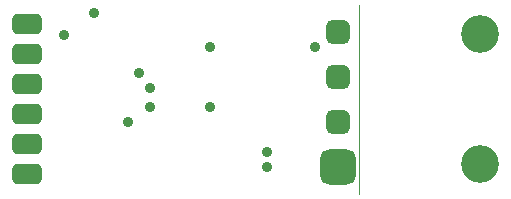
<source format=gbr>
%TF.GenerationSoftware,KiCad,Pcbnew,7.0.5*%
%TF.CreationDate,2023-10-06T16:43:15+02:00*%
%TF.ProjectId,USBTTLPGM_00,55534254-544c-4504-974d-5f30302e6b69,00*%
%TF.SameCoordinates,PX8b8aa80PY5faea10*%
%TF.FileFunction,Soldermask,Bot*%
%TF.FilePolarity,Negative*%
%FSLAX46Y46*%
G04 Gerber Fmt 4.6, Leading zero omitted, Abs format (unit mm)*
G04 Created by KiCad (PCBNEW 7.0.5) date 2023-10-06 16:43:15*
%MOMM*%
%LPD*%
G01*
G04 APERTURE LIST*
G04 Aperture macros list*
%AMRoundRect*
0 Rectangle with rounded corners*
0 $1 Rounding radius*
0 $2 $3 $4 $5 $6 $7 $8 $9 X,Y pos of 4 corners*
0 Add a 4 corners polygon primitive as box body*
4,1,4,$2,$3,$4,$5,$6,$7,$8,$9,$2,$3,0*
0 Add four circle primitives for the rounded corners*
1,1,$1+$1,$2,$3*
1,1,$1+$1,$4,$5*
1,1,$1+$1,$6,$7*
1,1,$1+$1,$8,$9*
0 Add four rect primitives between the rounded corners*
20,1,$1+$1,$2,$3,$4,$5,0*
20,1,$1+$1,$4,$5,$6,$7,0*
20,1,$1+$1,$6,$7,$8,$9,0*
20,1,$1+$1,$8,$9,$2,$3,0*%
G04 Aperture macros list end*
%ADD10C,0.100000*%
%ADD11RoundRect,0.750000X-0.750000X-0.750000X0.750000X-0.750000X0.750000X0.750000X-0.750000X0.750000X0*%
%ADD12RoundRect,0.500000X-0.500000X-0.500000X0.500000X-0.500000X0.500000X0.500000X-0.500000X0.500000X0*%
%ADD13RoundRect,0.437500X0.812500X0.437500X-0.812500X0.437500X-0.812500X-0.437500X0.812500X-0.437500X0*%
%ADD14C,3.200000*%
%ADD15C,0.900000*%
G04 APERTURE END LIST*
D10*
X8500000Y8000000D02*
X8500000Y-8000000D01*
D11*
%TO.C,CN4*%
X6715000Y-5715000D03*
%TD*%
D12*
%TO.C,CN3*%
X6715000Y-1905000D03*
%TD*%
%TO.C,CN2*%
X6715000Y1905000D03*
%TD*%
%TO.C,CN1*%
X6715000Y5715000D03*
%TD*%
D13*
%TO.C,P6*%
X-19620000Y-6350000D03*
%TD*%
%TO.C,P5*%
X-19620000Y-3810000D03*
%TD*%
%TO.C,P4*%
X-19620000Y-1270000D03*
%TD*%
%TO.C,P3*%
X-19620000Y1270000D03*
%TD*%
%TO.C,P2*%
X-19620000Y3810000D03*
%TD*%
%TO.C,P1*%
X-19620000Y6350000D03*
%TD*%
D14*
X18780000Y-5500000D03*
X18780000Y5500000D03*
D15*
X-4080000Y4445000D03*
X4810000Y4434475D03*
X-4080000Y-635000D03*
X-11065000Y-1905000D03*
X-13922500Y7302500D03*
X-10112500Y2222500D03*
X-16462500Y5397500D03*
X-9160000Y952500D03*
X-9160000Y-635000D03*
X682500Y-4445000D03*
X682500Y-5715000D03*
M02*

</source>
